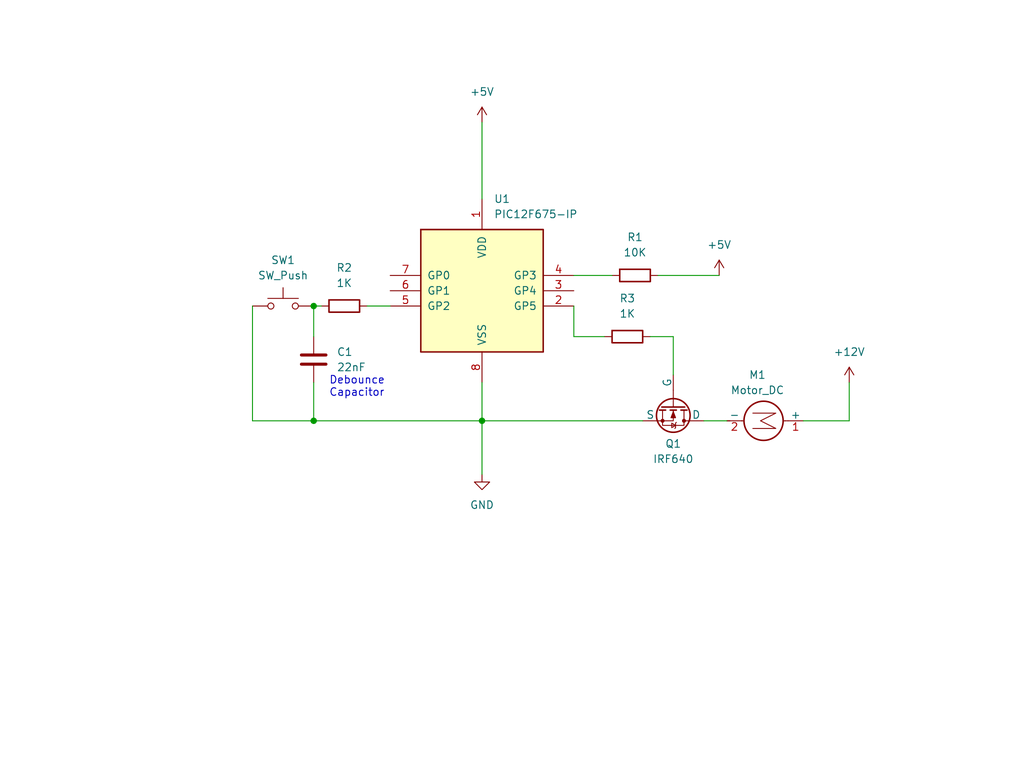
<source format=kicad_sch>
(kicad_sch (version 20230121) (generator eeschema)
  (paper "User" 170.002 129.997)
  (title_block (title "PIC12F675 for Beginners - 1") (company "Ricardo Lima Caratti") (comment 1 "A minimalist project with PIC12F675 push button and interrupt setup. "))
  (lib_symbols
    (symbol "Device:C" (pin_numbers hide) (pin_names (offset 0.254))
      (property "Reference" "C" (at 0.635 2.54 0))
      (property "Value" "C" (at 0.635 -2.54 0))
      (symbol "C_0_1"
        (polyline (pts (xy -2.032 -0.762) (xy 2.032 -0.762)) (stroke (width 0.508)))
        (polyline (pts (xy -2.032 0.762) (xy 2.032 0.762)) (stroke (width 0.508)))
      )
      (symbol "C_1_1"
        (pin passive line (at 0 3.81 270) (length 2.794) (name "~") (number "1"))
        (pin passive line (at 0 -3.81 90) (length 2.794) (name "~") (number "2"))
      )
    )
    (symbol "Device:R" (pin_numbers hide) (pin_names (offset 0))
      (property "Reference" "R" (at 2.032 0 90))
      (property "Value" "R" (at 0 0 90))
      (symbol "R_0_1"
        (rectangle (start -1.016 -2.54) (end 1.016 2.54) (stroke (width 0.254)))
      )
      (symbol "R_1_1"
        (pin passive line (at 0 3.81 270) (length 1.27) (name "~") (number "1"))
        (pin passive line (at 0 -3.81 90) (length 1.27) (name "~") (number "2"))
      )
    )
    (symbol "MCU_Microchip_PIC12:PIC12F675-IP" (pin_names (offset 1.016))
      (property "Reference" "U" (at 1.27 13.97 0))
      (property "Value" "PIC12F675-IP" (at 1.27 11.43 0))
      (symbol "PIC12F675-IP_0_1"
        (rectangle (start 10.16 -10.16) (end -10.16 10.16) (stroke (width 0.254)) (fill (type background)))
      )
      (symbol "PIC12F675-IP_1_1"
        (pin power_in line (at 0 15.24 270) (length 5.08) (name "VDD") (number "1"))
        (pin bidirectional line (at 15.24 -2.54 180) (length 5.08) (name "GP5") (number "2"))
        (pin bidirectional line (at 15.24 0 180) (length 5.08) (name "GP4") (number "3"))
        (pin input line (at 15.24 2.54 180) (length 5.08) (name "GP3") (number "4"))
        (pin bidirectional line (at -15.24 -2.54 0) (length 5.08) (name "GP2") (number "5"))
        (pin bidirectional line (at -15.24 0 0) (length 5.08) (name "GP1") (number "6"))
        (pin bidirectional line (at -15.24 2.54 0) (length 5.08) (name "GP0") (number "7"))
        (pin power_in line (at 0 -15.24 90) (length 5.08) (name "VSS") (number "8"))
      )
    )
    (symbol "Motor:Motor_DC" (pin_names (offset 0))
      (property "Reference" "M" (at 2.54 2.54 0))
      (property "Value" "Motor_DC" (at 2.54 -5.08 0))
      (symbol "Motor_DC_0_0"
        (polyline (pts (xy -1.27 -3.302) (xy -1.27 0.508) (xy 0 -2.032) (xy 1.27 0.508) (xy 1.27 -3.302)))
      )
      (symbol "Motor_DC_0_1"
        (circle (center 0 -1.524) (radius 3.2512) (stroke (width 0.254)))
        (polyline (pts (xy 0 -7.62) (xy 0 -7.112)))
        (polyline (pts (xy 0 -4.7752) (xy 0 -5.1816)))
        (polyline (pts (xy 0 1.7272) (xy 0 2.0828)))
        (polyline (pts (xy 0 2.032) (xy 0 2.54)))
      )
      (symbol "Motor_DC_1_1"
        (pin passive line (at 0 5.08 270) (length 2.54) (name "+") (number "1"))
        (pin passive line (at 0 -7.62 90) (length 2.54) (name "-") (number "2"))
      )
    )
    (symbol "Simulation_SPICE:NMOS" (pin_numbers hide) (pin_names (offset 0))
      (property "Reference" "Q" (at 5.08 1.27 0))
      (property "Value" "NMOS" (at 5.08 -1.27 0))
      (symbol "NMOS_0_1"
        (polyline (pts (xy 0.254 0) (xy -2.54 0)))
        (polyline (pts (xy 0.254 1.905) (xy 0.254 -1.905)) (stroke (width 0.254)))
        (polyline (pts (xy 0.762 -1.27) (xy 0.762 -2.286)) (stroke (width 0.254)))
        (polyline (pts (xy 0.762 0.508) (xy 0.762 -0.508)) (stroke (width 0.254)))
        (polyline (pts (xy 0.762 2.286) (xy 0.762 1.27)) (stroke (width 0.254)))
        (polyline (pts (xy 2.54 2.54) (xy 2.54 1.778)))
        (polyline (pts (xy 2.54 -2.54) (xy 2.54 0) (xy 0.762 0)))
        (polyline (pts (xy 0.762 -1.778) (xy 3.302 -1.778) (xy 3.302 1.778) (xy 0.762 1.778)))
        (polyline (pts (xy 1.016 0) (xy 2.032 0.381) (xy 2.032 -0.381) (xy 1.016 0)) (fill (type outline)))
        (polyline (pts (xy 2.794 0.508) (xy 2.921 0.381) (xy 3.683 0.381) (xy 3.81 0.254)))
        (polyline (pts (xy 3.302 0.381) (xy 2.921 -0.254) (xy 3.683 -0.254) (xy 3.302 0.381)))
        (circle (center 1.651 0) (radius 2.794) (stroke (width 0.254)))
        (circle (center 2.54 -1.778) (radius 0.254) (fill (type outline)))
        (circle (center 2.54 1.778) (radius 0.254) (fill (type outline)))
      )
      (symbol "NMOS_1_1"
        (pin passive line (at 2.54 5.08 270) (length 2.54) (name "D") (number "1"))
        (pin input line (at -5.08 0 0) (length 2.54) (name "G") (number "2"))
        (pin passive line (at 2.54 -5.08 90) (length 2.54) (name "S") (number "3"))
      )
    )
    (symbol "Switch:SW_Push" (pin_numbers hide) (pin_names (offset 1.016) hide)
      (property "Reference" "SW" (at 1.27 2.54 0))
      (property "Value" "SW_Push" (at 0 -1.524 0))
      (symbol "SW_Push_0_1"
        (circle (center -2.032 0) (radius 0.508))
        (polyline (pts (xy 0 1.27) (xy 0 3.048)))
        (polyline (pts (xy 2.54 1.27) (xy -2.54 1.27)))
        (circle (center 2.032 0) (radius 0.508))
        (pin passive line (at -5.08 0 0) (length 2.54) (name "1") (number "1"))
        (pin passive line (at 5.08 0 180) (length 2.54) (name "2") (number "2"))
      )
    )
    (symbol "power:+12V" (power) (pin_names (offset 0))
      (property "Value" "+12V" (at 0 3.556 0))
      (symbol "+12V_0_1"
        (polyline (pts (xy -0.762 1.27) (xy 0 2.54)))
        (polyline (pts (xy 0 0) (xy 0 2.54)))
        (polyline (pts (xy 0 2.54) (xy 0.762 1.27)))
      )
      (symbol "+12V_1_1"
        (pin power_in line (at 0 0 90) (length 0) hide (name "+12V") (number "1"))
      )
    )
    (symbol "power:+5V" (power) (pin_names (offset 0))
      (property "Value" "+5V" (at 0 3.556 0))
      (symbol "+5V_0_1"
        (polyline (pts (xy -0.762 1.27) (xy 0 2.54)))
        (polyline (pts (xy 0 0) (xy 0 2.54)))
        (polyline (pts (xy 0 2.54) (xy 0.762 1.27)))
      )
      (symbol "+5V_1_1"
        (pin power_in line (at 0 0 90) (length 0) hide (name "+5V") (number "1"))
      )
    )
    (symbol "power:GND" (power) (pin_names (offset 0))
      (property "Value" "GND" (at 0 -3.81 0))
      (symbol "GND_0_1"
        (polyline (pts (xy 0 0) (xy 0 -1.27) (xy 1.27 -1.27) (xy 0 -2.54) (xy -1.27 -1.27) (xy 0 -1.27)))
      )
      (symbol "GND_1_1"
        (pin power_in line (at 0 0 270) (length 0) hide (name "GND") (number "1"))
      )
    )
  )
  (junction (at 80.01 69.85))
  (junction (at 52.07 69.85))
  (junction (at 52.07 50.8))
  (wire (pts (xy 52.07 50.8) (xy 53.34 50.8)))
  (wire (pts (xy 41.91 50.8) (xy 41.91 69.85)))
  (wire (pts (xy 111.76 55.88) (xy 111.76 62.23)))
  (wire (pts (xy 52.07 63.5) (xy 52.07 69.85)))
  (wire (pts (xy 52.07 50.8) (xy 52.07 55.88)))
  (wire (pts (xy 133.35 69.85) (xy 140.97 69.85)))
  (wire (pts (xy 60.96 50.8) (xy 64.77 50.8)))
  (wire (pts (xy 95.25 50.8) (xy 95.25 55.88)))
  (wire (pts (xy 95.25 45.72) (xy 101.6 45.72)))
  (wire (pts (xy 116.84 69.85) (xy 120.65 69.85)))
  (wire (pts (xy 80.01 69.85) (xy 80.01 78.74)))
  (wire (pts (xy 140.97 63.5) (xy 140.97 69.85)))
  (wire (pts (xy 41.91 69.85) (xy 52.07 69.85)))
  (wire (pts (xy 80.01 63.5) (xy 80.01 69.85)))
  (wire (pts (xy 95.25 55.88) (xy 100.33 55.88)))
  (wire (pts (xy 109.22 45.72) (xy 119.38 45.72)))
  (wire (pts (xy 107.95 55.88) (xy 111.76 55.88)))
  (wire (pts (xy 80.01 20.32) (xy 80.01 33.02)))
  (wire (pts (xy 80.01 69.85) (xy 106.68 69.85)))
  (wire (pts (xy 52.07 69.85) (xy 80.01 69.85)))
  (text "Debounce\nCapacitor" (at 54.61 66.04 0) (effects (font (size 1.27 1.27)) (justify left bottom)))
  (symbol (lib_id "power:+5V") (at 80.01 20.32 0) (unit 1)
    (property "Reference" "#PWR01" (effects hide))
    (property "Value" "+5V" (at 80.01 15.24 0))
  )
  (symbol (lib_id "Motor:Motor_DC") (at 128.27 69.85 270) (unit 1)
    (property "Reference" "M1" (at 125.73 62.23 90))
    (property "Value" "Motor_DC" (at 125.73 64.77 90))
  )
  (symbol (lib_id "Device:R") (at 104.14 55.88 90) (unit 1)
    (property "Reference" "R3" (at 104.14 49.53 90))
    (property "Value" "1K" (at 104.14 52.07 90))
  )
  (symbol (lib_id "power:+12V") (at 140.97 63.5 0) (unit 1)
    (property "Reference" "#PWR03" (effects hide))
    (property "Value" "+12V" (at 140.97 58.42 0))
  )
  (symbol (lib_id "Switch:SW_Push") (at 46.99 50.8 0) (unit 1)
    (property "Reference" "SW1" (at 46.99 43.18 0))
    (property "Value" "SW_Push" (at 46.99 45.72 0))
  )
  (symbol (lib_id "MCU_Microchip_PIC12:PIC12F675-IP") (at 80.01 48.26 0) (unit 1)
    (property "Reference" "U1" (at 81.9659 33.02 0) (effects (justify left)))
    (property "Value" "PIC12F675-IP" (at 81.9659 35.56 0) (effects (justify left)))
    (property "Footprint" "Package_DIP:DIP-8_W7.62mm" (effects hide))
    (property "Datasheet" "http://ww1.microchip.com/downloads/en/DeviceDoc/41190G.pdf" (effects hide))
  )
  (symbol (lib_id "Device:R") (at 105.41 45.72 90) (unit 1)
    (property "Reference" "R1" (at 105.41 39.37 90))
    (property "Value" "10K" (at 105.41 41.91 90))
  )
  (symbol (lib_id "power:+5V") (at 119.38 45.72 0) (unit 1)
    (property "Reference" "#PWR04" (effects hide))
    (property "Value" "+5V" (at 119.38 40.64 0))
  )
  (symbol (lib_id "Device:R") (at 57.15 50.8 90) (unit 1)
    (property "Reference" "R2" (at 57.15 44.45 90))
    (property "Value" "1K" (at 57.15 46.99 90))
  )
  (symbol (lib_id "Simulation_SPICE:NMOS") (at 111.76 67.31 270) (unit 1)
    (property "Reference" "Q1" (at 111.76 73.66 90))
    (property "Value" "IRF640" (at 111.76 76.2 90))
    (property "Datasheet" "https://ngspice.sourceforge.io/docs/ngspice-manual.pdf" (effects hide))
    (property "Sim.Device" "NMOS" (effects hide))
    (property "Sim.Type" "VDMOS" (effects hide))
    (property "Sim.Pins" "1=D 2=G 3=S" (effects hide))
  )
  (symbol (lib_id "power:GND") (at 80.01 78.74 0) (unit 1)
    (property "Reference" "#PWR02" (effects hide))
    (property "Value" "GND" (at 80.01 83.82 0))
  )
  (symbol (lib_id "Device:C") (at 52.07 59.69 0) (unit 1)
    (property "Reference" "C1" (at 55.88 58.42 0) (effects (justify left)))
    (property "Value" "22nF" (at 55.88 60.96 0) (effects (justify left)))
  )
)
</source>
